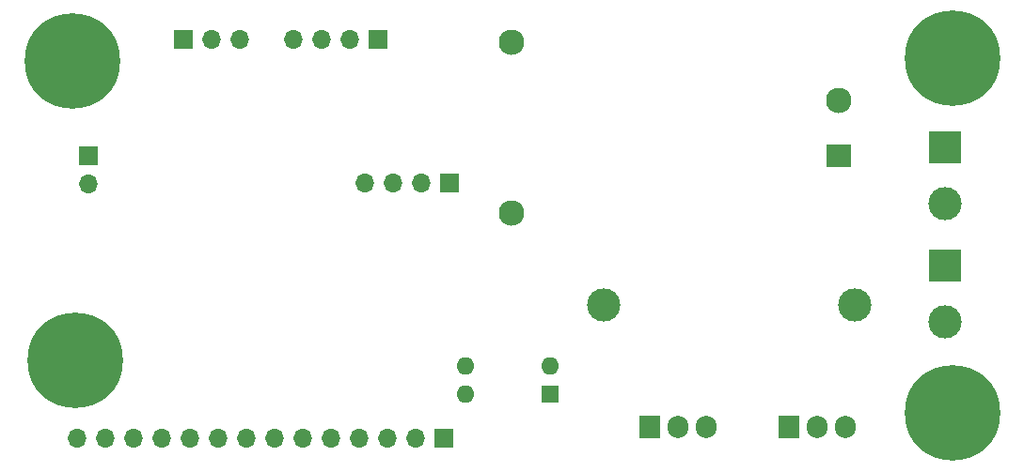
<source format=gbr>
%TF.GenerationSoftware,KiCad,Pcbnew,5.1.9*%
%TF.CreationDate,2021-04-07T12:29:47+02:00*%
%TF.ProjectId,lampa,6c616d70-612e-46b6-9963-61645f706362,rev?*%
%TF.SameCoordinates,Original*%
%TF.FileFunction,Soldermask,Bot*%
%TF.FilePolarity,Negative*%
%FSLAX46Y46*%
G04 Gerber Fmt 4.6, Leading zero omitted, Abs format (unit mm)*
G04 Created by KiCad (PCBNEW 5.1.9) date 2021-04-07 12:29:47*
%MOMM*%
%LPD*%
G01*
G04 APERTURE LIST*
%ADD10C,0.900000*%
%ADD11C,8.600000*%
%ADD12C,2.300000*%
%ADD13R,2.300000X2.000000*%
%ADD14O,1.700000X1.700000*%
%ADD15R,1.700000X1.700000*%
%ADD16O,1.600000X1.600000*%
%ADD17R,1.600000X1.600000*%
%ADD18O,1.905000X2.000000*%
%ADD19R,1.905000X2.000000*%
%ADD20C,3.000000*%
%ADD21R,3.000000X3.000000*%
G04 APERTURE END LIST*
D10*
%TO.C,H1*%
X191530419Y-65469581D03*
X189250000Y-64525000D03*
X186969581Y-65469581D03*
X186025000Y-67750000D03*
X186969581Y-70030419D03*
X189250000Y-70975000D03*
X191530419Y-70030419D03*
X192475000Y-67750000D03*
D11*
X189250000Y-67750000D03*
%TD*%
D10*
%TO.C,H2*%
X191530419Y-97469581D03*
X189250000Y-96525000D03*
X186969581Y-97469581D03*
X186025000Y-99750000D03*
X186969581Y-102030419D03*
X189250000Y-102975000D03*
X191530419Y-102030419D03*
X192475000Y-99750000D03*
D11*
X189250000Y-99750000D03*
%TD*%
D12*
%TO.C,PS1*%
X149600000Y-66300000D03*
X179000000Y-71500000D03*
D13*
X179000000Y-76500000D03*
D12*
X149600000Y-81700000D03*
%TD*%
D14*
%TO.C,J5*%
X129880000Y-66000000D03*
X132420000Y-66000000D03*
X134960000Y-66000000D03*
D15*
X137500000Y-66000000D03*
%TD*%
D16*
%TO.C,U2*%
X145380000Y-98000000D03*
X153000000Y-95460000D03*
X145380000Y-95460000D03*
D17*
X153000000Y-98000000D03*
%TD*%
D14*
%TO.C,SW2*%
X125080000Y-66000000D03*
X122540000Y-66000000D03*
D15*
X120000000Y-66000000D03*
%TD*%
D14*
%TO.C,SW1*%
X111500000Y-79040000D03*
D15*
X111500000Y-76500000D03*
%TD*%
D18*
%TO.C,Q2*%
X167080000Y-101000000D03*
X164540000Y-101000000D03*
D19*
X162000000Y-101000000D03*
%TD*%
D18*
%TO.C,Q1*%
X179580000Y-101000000D03*
X177040000Y-101000000D03*
D19*
X174500000Y-101000000D03*
%TD*%
D14*
%TO.C,J4*%
X136380000Y-79000000D03*
X138920000Y-79000000D03*
X141460000Y-79000000D03*
D15*
X144000000Y-79000000D03*
%TD*%
D14*
%TO.C,J3*%
X110480000Y-102000000D03*
X113020000Y-102000000D03*
X115560000Y-102000000D03*
X118100000Y-102000000D03*
X120640000Y-102000000D03*
X123180000Y-102000000D03*
X125720000Y-102000000D03*
X128260000Y-102000000D03*
X130800000Y-102000000D03*
X133340000Y-102000000D03*
X135880000Y-102000000D03*
X138420000Y-102000000D03*
X140960000Y-102000000D03*
D15*
X143500000Y-102000000D03*
%TD*%
D20*
%TO.C,J2*%
X188620000Y-91480000D03*
D21*
X188620000Y-86400000D03*
%TD*%
D20*
%TO.C,J1*%
X188620000Y-80812000D03*
D21*
X188620000Y-75732000D03*
%TD*%
D10*
%TO.C,H4*%
X112530419Y-92719581D03*
X110250000Y-91775000D03*
X107969581Y-92719581D03*
X107025000Y-95000000D03*
X107969581Y-97280419D03*
X110250000Y-98225000D03*
X112530419Y-97280419D03*
X113475000Y-95000000D03*
D11*
X110250000Y-95000000D03*
%TD*%
D10*
%TO.C,H3*%
X112280419Y-65719581D03*
X110000000Y-64775000D03*
X107719581Y-65719581D03*
X106775000Y-68000000D03*
X107719581Y-70280419D03*
X110000000Y-71225000D03*
X112280419Y-70280419D03*
X113225000Y-68000000D03*
D11*
X110000000Y-68000000D03*
%TD*%
D20*
%TO.C,F1*%
X157900000Y-90000000D03*
X180500000Y-90000000D03*
%TD*%
M02*

</source>
